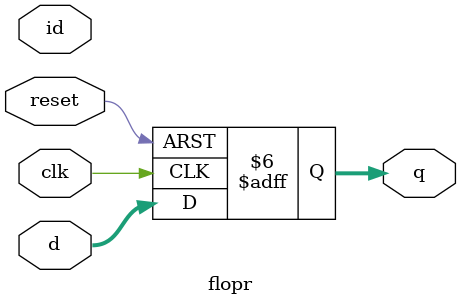
<source format=v>
module flopr #(parameter WIDTH = 8) (
    input wire [2:0] id,
    input wire clk,             // clock input
    input wire reset,           // reset input
    input wire [WIDTH-1:0] d,   // [in] d as in data. This is the input data
    output reg [WIDTH-1:0] q    // [out] this is the value stores in the flip flop
);

    always @(posedge clk, posedge reset)
        if (reset)
        begin
            q <= 0;
        end
        else
        begin

            if (id == 3'b000)
            begin
                $display("[FLOPR data] q:%08h <- d:%08h", q, d);
            end

            if (id == 3'b001)
            begin
                $display("[FLOPR RD1] q:%08h <- d:%08h", q, d);
            end

            if (id == 3'b010)
            begin
                $display("[FLOPR RD2] q:%08h <- d:%08h", q, d);
            end

            if (id == 3'b011)
            begin
                $display("[FLOPR ALUOut] q:%08h <- d:%08h", q, d);
            end

            q <= d;
        end


endmodule
</source>
